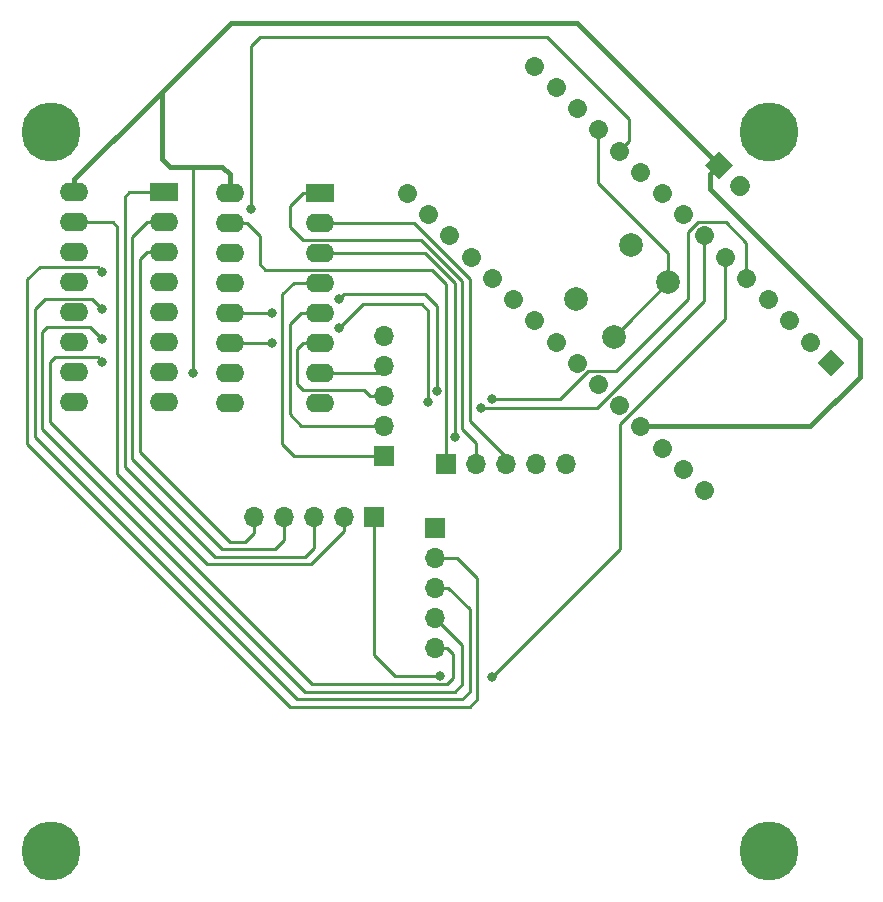
<source format=gbl>
G04 #@! TF.GenerationSoftware,KiCad,Pcbnew,(5.1.5)-3*
G04 #@! TF.CreationDate,2020-10-16T01:56:22+02:00*
G04 #@! TF.ProjectId,Christmas C,43687269-7374-46d6-9173-20432e6b6963,rev?*
G04 #@! TF.SameCoordinates,Original*
G04 #@! TF.FileFunction,Copper,L2,Bot*
G04 #@! TF.FilePolarity,Positive*
%FSLAX46Y46*%
G04 Gerber Fmt 4.6, Leading zero omitted, Abs format (unit mm)*
G04 Created by KiCad (PCBNEW (5.1.5)-3) date 2020-10-16 01:56:22*
%MOMM*%
%LPD*%
G04 APERTURE LIST*
%ADD10C,0.100000*%
%ADD11C,1.600000*%
%ADD12O,1.700000X1.700000*%
%ADD13R,1.700000X1.700000*%
%ADD14C,1.700000*%
%ADD15C,2.000000*%
%ADD16O,2.400000X1.600000*%
%ADD17R,2.400000X1.600000*%
%ADD18C,5.000000*%
%ADD19C,0.800000*%
%ADD20C,0.250000*%
%ADD21C,0.381000*%
G04 APERTURE END LIST*
G04 #@! TA.AperFunction,ComponentPad*
D10*
G36*
X140462000Y-138632129D02*
G01*
X141593371Y-139763500D01*
X140462000Y-140894871D01*
X139330629Y-139763500D01*
X140462000Y-138632129D01*
G37*
G04 #@! TD.AperFunction*
D11*
X106337027Y-127191141D02*
X106337027Y-127191141D01*
X138665949Y-137967449D02*
X138665949Y-137967449D01*
X108133078Y-128987193D02*
X108133078Y-128987193D01*
X136869898Y-136171398D02*
X136869898Y-136171398D01*
X109929129Y-130783244D02*
X109929129Y-130783244D01*
X135073846Y-134375346D02*
X135073846Y-134375346D01*
X111725180Y-132579295D02*
X111725180Y-132579295D01*
X133277795Y-132579295D02*
X133277795Y-132579295D01*
X113521232Y-134375346D02*
X113521232Y-134375346D01*
X131481744Y-130783244D02*
X131481744Y-130783244D01*
X115317283Y-136171398D02*
X115317283Y-136171398D01*
X129685693Y-128987193D02*
X129685693Y-128987193D01*
X117113334Y-137967449D02*
X117113334Y-137967449D01*
X127889641Y-127191141D02*
X127889641Y-127191141D01*
X118909385Y-139763500D02*
X118909385Y-139763500D01*
X126093590Y-125395090D02*
X126093590Y-125395090D01*
X120705437Y-141559551D02*
X120705437Y-141559551D01*
X124297539Y-123599039D02*
X124297539Y-123599039D01*
X122501488Y-143355602D02*
X122501488Y-143355602D01*
X122501488Y-121802988D02*
X122501488Y-121802988D01*
X124297539Y-145151654D02*
X124297539Y-145151654D01*
X120705437Y-120006937D02*
X120705437Y-120006937D01*
X126093590Y-146947705D02*
X126093590Y-146947705D01*
X118909385Y-118210885D02*
X118909385Y-118210885D01*
X127889641Y-148743756D02*
X127889641Y-148743756D01*
X117113334Y-116414834D02*
X117113334Y-116414834D01*
X129685693Y-150539807D02*
X129685693Y-150539807D01*
X115317283Y-114618783D02*
X115317283Y-114618783D01*
X104540976Y-125395090D02*
X104540976Y-125395090D01*
D12*
X91567000Y-152844500D03*
X94107000Y-152844500D03*
X96647000Y-152844500D03*
X99187000Y-152844500D03*
D13*
X101727000Y-152844500D03*
D12*
X117983000Y-148336000D03*
X115443000Y-148336000D03*
X112903000Y-148336000D03*
X110363000Y-148336000D03*
D13*
X107823000Y-148336000D03*
X106934000Y-153733500D03*
D12*
X106934000Y-156273500D03*
X106934000Y-158813500D03*
X106934000Y-161353500D03*
X106934000Y-163893500D03*
X102616000Y-137477500D03*
X102616000Y-140017500D03*
X102616000Y-142557500D03*
X102616000Y-145097500D03*
D13*
X102616000Y-147637500D03*
D14*
X132733051Y-124795551D02*
X132733051Y-124795551D01*
G04 #@! TA.AperFunction,ComponentPad*
D10*
G36*
X130937000Y-121797418D02*
G01*
X132139082Y-122999500D01*
X130937000Y-124201582D01*
X129734918Y-122999500D01*
X130937000Y-121797418D01*
G37*
G04 #@! TD.AperFunction*
D15*
X123468194Y-129769806D03*
X126650175Y-132951786D03*
X118872000Y-134366000D03*
X122053981Y-137547981D03*
D16*
X76327000Y-125349000D03*
X83947000Y-143129000D03*
X76327000Y-127889000D03*
X83947000Y-140589000D03*
X76327000Y-130429000D03*
X83947000Y-138049000D03*
X76327000Y-132969000D03*
X83947000Y-135509000D03*
X76327000Y-135509000D03*
X83947000Y-132969000D03*
X76327000Y-138049000D03*
X83947000Y-130429000D03*
X76327000Y-140589000D03*
X83947000Y-127889000D03*
X76327000Y-143129000D03*
D17*
X83947000Y-125349000D03*
X97155000Y-125412500D03*
D16*
X89535000Y-143192500D03*
X97155000Y-127952500D03*
X89535000Y-140652500D03*
X97155000Y-130492500D03*
X89535000Y-138112500D03*
X97155000Y-133032500D03*
X89535000Y-135572500D03*
X97155000Y-135572500D03*
X89535000Y-133032500D03*
X97155000Y-138112500D03*
X89535000Y-130492500D03*
X97155000Y-140652500D03*
X89535000Y-127952500D03*
X97155000Y-143192500D03*
X89535000Y-125412500D03*
D18*
X135191500Y-120269000D03*
X74358500Y-181102000D03*
X74358500Y-120269000D03*
X135191500Y-181102000D03*
D19*
X86448900Y-140639800D03*
X91313000Y-126707900D03*
X110769400Y-143598900D03*
X106337100Y-143116300D03*
X98767900Y-136855200D03*
X93116400Y-138112500D03*
X111760000Y-166370000D03*
X107315000Y-166279990D03*
X111721900Y-142862300D03*
X107062110Y-142157529D03*
X93091000Y-135585200D03*
X98806000Y-134327900D03*
X108585000Y-146049992D03*
X78740000Y-132080000D03*
X78740000Y-135255000D03*
X78740000Y-137795008D03*
X78740000Y-139700000D03*
D20*
X123053980Y-136547981D02*
X126650175Y-132951786D01*
X122053981Y-137547981D02*
X123053980Y-136547981D01*
X126650175Y-130460175D02*
X120705437Y-124515437D01*
X126650175Y-132951786D02*
X126650175Y-130460175D01*
X120705437Y-124515437D02*
X120705437Y-120006937D01*
D21*
X130175000Y-123761500D02*
X130937000Y-122999500D01*
X138693346Y-145151654D02*
X142875000Y-140970000D01*
X130175000Y-125095000D02*
X130175000Y-123761500D01*
X124297539Y-145151654D02*
X138693346Y-145151654D01*
X142875000Y-140970000D02*
X142875000Y-137795000D01*
X142875000Y-137795000D02*
X130175000Y-125095000D01*
X76327000Y-124168000D02*
X76327000Y-125349000D01*
X83185000Y-117475000D02*
X76327000Y-124168000D01*
X83814452Y-116834452D02*
X83814452Y-122549452D01*
X83814452Y-116834452D02*
X83185000Y-117475000D01*
X83814452Y-122549452D02*
X84455000Y-123190000D01*
X89535000Y-123825000D02*
X89535000Y-125412500D01*
X88900000Y-123190000D02*
X89535000Y-123825000D01*
X84455000Y-123190000D02*
X86360000Y-123190000D01*
X86360000Y-123190000D02*
X88900000Y-123190000D01*
D20*
X86448900Y-123278900D02*
X86448900Y-140074115D01*
X86448900Y-140074115D02*
X86448900Y-140639800D01*
X86360000Y-123190000D02*
X86448900Y-123278900D01*
D21*
X89612804Y-111036100D02*
X83814452Y-116834452D01*
X118960900Y-111036100D02*
X89612804Y-111036100D01*
X130937000Y-122999500D02*
X130335959Y-122398459D01*
X130323259Y-122398459D02*
X118960900Y-111036100D01*
X130335959Y-122398459D02*
X130323259Y-122398459D01*
D20*
X91313000Y-112966500D02*
X91313000Y-126707900D01*
X123304300Y-121000176D02*
X123304300Y-119087900D01*
X123304300Y-119087900D02*
X116370100Y-112153700D01*
X122501488Y-121802988D02*
X123304300Y-121000176D01*
X116370100Y-112153700D02*
X92125800Y-112153700D01*
X92125800Y-112153700D02*
X91313000Y-112966500D01*
X129685693Y-134506395D02*
X120593188Y-143598900D01*
X129685693Y-128987193D02*
X129685693Y-134506395D01*
X120593188Y-143598900D02*
X115404900Y-143598900D01*
X115404900Y-143598900D02*
X110769400Y-143598900D01*
X92550715Y-138112500D02*
X89535000Y-138112500D01*
X93116400Y-138112500D02*
X92550715Y-138112500D01*
X106337100Y-143116300D02*
X106337100Y-135343900D01*
X100838000Y-134785100D02*
X98767900Y-136855200D01*
X105778300Y-134785100D02*
X100838000Y-134785100D01*
X106337100Y-135343900D02*
X105778300Y-134785100D01*
X122555000Y-144967092D02*
X122555000Y-155575000D01*
X122555000Y-155575000D02*
X112159999Y-165970001D01*
X112159999Y-165970001D02*
X111760000Y-166370000D01*
X131481744Y-130783244D02*
X131481744Y-136040348D01*
X131481744Y-136040348D02*
X122555000Y-144967092D01*
X101727000Y-164522685D02*
X103484305Y-166279990D01*
X103484305Y-166279990D02*
X106749315Y-166279990D01*
X101727000Y-152844500D02*
X101727000Y-164522685D01*
X106749315Y-166279990D02*
X107315000Y-166279990D01*
X133277795Y-132579295D02*
X133277795Y-129607495D01*
X129145692Y-127862192D02*
X128346200Y-128661684D01*
X133277795Y-129607495D02*
X131532492Y-127862192D01*
X131532492Y-127862192D02*
X129145692Y-127862192D01*
X128346200Y-128661684D02*
X128346200Y-134340600D01*
X119903337Y-140434550D02*
X117475587Y-142862300D01*
X128346200Y-134340600D02*
X122252250Y-140434550D01*
X122252250Y-140434550D02*
X119903337Y-140434550D01*
X117475587Y-142862300D02*
X111721900Y-142862300D01*
X89535000Y-135572500D02*
X93078300Y-135572500D01*
X93078300Y-135572500D02*
X93091000Y-135585200D01*
X107062110Y-136970610D02*
X107062110Y-142157529D01*
X107062110Y-134951310D02*
X107062110Y-136970610D01*
X106057700Y-133946900D02*
X107062110Y-134951310D01*
X98806000Y-134327900D02*
X99187000Y-133946900D01*
X99187000Y-133946900D02*
X106057700Y-133946900D01*
X91567000Y-154178000D02*
X91567000Y-152844500D01*
X82497000Y-130429000D02*
X81915000Y-131011000D01*
X90805000Y-154940000D02*
X91567000Y-154178000D01*
X83947000Y-130429000D02*
X82497000Y-130429000D01*
X89535000Y-154940000D02*
X90805000Y-154940000D01*
X81915000Y-131011000D02*
X81915000Y-147320000D01*
X81915000Y-147320000D02*
X89535000Y-154940000D01*
X94107000Y-154813000D02*
X94107000Y-152844500D01*
X93345000Y-155575000D02*
X94107000Y-154813000D01*
X82497000Y-127889000D02*
X81280000Y-129106000D01*
X83947000Y-127889000D02*
X82497000Y-127889000D01*
X81280000Y-129106000D02*
X81280000Y-147955000D01*
X81280000Y-147955000D02*
X88900000Y-155575000D01*
X88900000Y-155575000D02*
X93345000Y-155575000D01*
X95885000Y-156210000D02*
X96647000Y-155448000D01*
X80645000Y-148590000D02*
X88265000Y-156210000D01*
X96647000Y-155448000D02*
X96647000Y-152844500D01*
X81026000Y-125349000D02*
X80645000Y-125730000D01*
X83947000Y-125349000D02*
X81026000Y-125349000D01*
X80645000Y-125730000D02*
X80645000Y-148590000D01*
X88265000Y-156210000D02*
X95885000Y-156210000D01*
X99187000Y-154046581D02*
X99187000Y-152844500D01*
X79629000Y-127889000D02*
X80010000Y-128270000D01*
X76327000Y-127889000D02*
X79629000Y-127889000D01*
X80010000Y-128270000D02*
X80010000Y-149225000D01*
X96388581Y-156845000D02*
X99187000Y-154046581D01*
X80010000Y-149225000D02*
X87630000Y-156845000D01*
X87630000Y-156845000D02*
X96388581Y-156845000D01*
X108585000Y-133032500D02*
X108585000Y-145484307D01*
X97155000Y-130492500D02*
X106045000Y-130492500D01*
X108585000Y-145484307D02*
X108585000Y-146049992D01*
X106045000Y-130492500D02*
X108585000Y-133032500D01*
X109855000Y-144716500D02*
X112903000Y-147764500D01*
X109855000Y-132676900D02*
X109855000Y-144716500D01*
X97155000Y-127952500D02*
X105130600Y-127952500D01*
X112903000Y-147764500D02*
X112903000Y-148336000D01*
X105130600Y-127952500D02*
X109855000Y-132676900D01*
X110363000Y-147133919D02*
X110363000Y-148336000D01*
X110363000Y-146559410D02*
X110363000Y-147133919D01*
X109220000Y-132854700D02*
X109220000Y-145416410D01*
X109220000Y-145416410D02*
X110363000Y-146559410D01*
X105732790Y-129367490D02*
X109220000Y-132854700D01*
X95705000Y-125412500D02*
X94615000Y-126502500D01*
X94615000Y-128270000D02*
X95712490Y-129367490D01*
X97155000Y-125412500D02*
X95705000Y-125412500D01*
X94615000Y-126502500D02*
X94615000Y-128270000D01*
X95712490Y-129367490D02*
X105732790Y-129367490D01*
X90985000Y-127952500D02*
X89535000Y-127952500D01*
X92075000Y-129042500D02*
X90985000Y-127952500D01*
X107823000Y-133108700D02*
X106621790Y-131907490D01*
X107823000Y-148336000D02*
X107823000Y-133108700D01*
X92075000Y-131445000D02*
X92075000Y-129042500D01*
X106621790Y-131907490D02*
X92537490Y-131907490D01*
X92537490Y-131907490D02*
X92075000Y-131445000D01*
X110490000Y-168275000D02*
X110490000Y-158019750D01*
X94615000Y-168910000D02*
X109855000Y-168910000D01*
X78340001Y-131680001D02*
X73424999Y-131680001D01*
X110490000Y-158019750D02*
X108743750Y-156273500D01*
X78740000Y-132080000D02*
X78340001Y-131680001D01*
X109855000Y-168910000D02*
X110490000Y-168275000D01*
X73424999Y-131680001D02*
X72390000Y-132715000D01*
X72390000Y-132715000D02*
X72390000Y-146685000D01*
X108743750Y-156273500D02*
X106934000Y-156273500D01*
X72390000Y-146685000D02*
X94615000Y-168910000D01*
X109855000Y-160655000D02*
X108013500Y-158813500D01*
X109855000Y-167640000D02*
X109855000Y-160655000D01*
X95250000Y-168275000D02*
X109220000Y-168275000D01*
X77868990Y-134383990D02*
X73896010Y-134383990D01*
X109220000Y-168275000D02*
X109855000Y-167640000D01*
X78740000Y-135255000D02*
X77868990Y-134383990D01*
X108013500Y-158813500D02*
X106934000Y-158813500D01*
X73025000Y-146050000D02*
X95250000Y-168275000D01*
X73896010Y-134383990D02*
X73025000Y-135255000D01*
X73025000Y-135255000D02*
X73025000Y-146050000D01*
X78340001Y-137395009D02*
X78740000Y-137795008D01*
X73660000Y-137160000D02*
X74060019Y-136759981D01*
X73660000Y-145415000D02*
X73660000Y-137160000D01*
X77704973Y-136759981D02*
X78340001Y-137395009D01*
X109220000Y-163639500D02*
X109220000Y-167005000D01*
X74060019Y-136759981D02*
X77704973Y-136759981D01*
X106934000Y-161353500D02*
X109220000Y-163639500D01*
X109220000Y-167005000D02*
X108585000Y-167640000D01*
X108585000Y-167640000D02*
X95885000Y-167640000D01*
X95885000Y-167640000D02*
X73660000Y-145415000D01*
X108458000Y-166497000D02*
X108458000Y-164465000D01*
X107950000Y-167005000D02*
X108458000Y-166497000D01*
X107886500Y-163893500D02*
X106934000Y-163893500D01*
X96520000Y-167005000D02*
X107950000Y-167005000D01*
X78340001Y-139300001D02*
X74694999Y-139300001D01*
X74694999Y-139300001D02*
X74295000Y-139700000D01*
X108458000Y-164465000D02*
X107886500Y-163893500D01*
X74295000Y-139700000D02*
X74295000Y-144780000D01*
X78740000Y-139700000D02*
X78340001Y-139300001D01*
X74295000Y-144780000D02*
X96520000Y-167005000D01*
X101981000Y-140652500D02*
X102616000Y-140017500D01*
X97155000Y-140652500D02*
X101981000Y-140652500D01*
X101413919Y-142557500D02*
X102616000Y-142557500D01*
X100923909Y-142067490D02*
X101413919Y-142557500D01*
X95705000Y-138112500D02*
X95250000Y-138567500D01*
X95250000Y-141605000D02*
X95712490Y-142067490D01*
X97155000Y-138112500D02*
X95705000Y-138112500D01*
X95250000Y-138567500D02*
X95250000Y-141605000D01*
X95712490Y-142067490D02*
X100923909Y-142067490D01*
X94615000Y-136525000D02*
X95567500Y-135572500D01*
X94615000Y-144145000D02*
X94615000Y-136525000D01*
X102616000Y-145097500D02*
X95567500Y-145097500D01*
X95567500Y-135572500D02*
X97155000Y-135572500D01*
X95567500Y-145097500D02*
X94615000Y-144145000D01*
X93980000Y-133985000D02*
X94932500Y-133032500D01*
X93980000Y-146685000D02*
X93980000Y-133985000D01*
X102616000Y-147637500D02*
X94932500Y-147637500D01*
X94932500Y-133032500D02*
X97155000Y-133032500D01*
X94932500Y-147637500D02*
X93980000Y-146685000D01*
M02*

</source>
